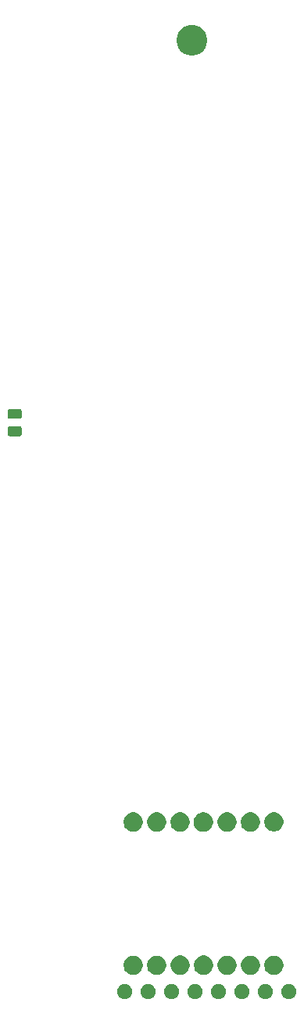
<source format=gbr>
G04 #@! TF.GenerationSoftware,KiCad,Pcbnew,(5.1.2)-1*
G04 #@! TF.CreationDate,2023-05-08T17:00:15+09:00*
G04 #@! TF.ProjectId,gopher_beer_xiao,676f7068-6572-45f6-9265-65725f786961,rev?*
G04 #@! TF.SameCoordinates,Original*
G04 #@! TF.FileFunction,Soldermask,Bot*
G04 #@! TF.FilePolarity,Negative*
%FSLAX46Y46*%
G04 Gerber Fmt 4.6, Leading zero omitted, Abs format (unit mm)*
G04 Created by KiCad (PCBNEW (5.1.2)-1) date 2023-05-08 17:00:15*
%MOMM*%
%LPD*%
G04 APERTURE LIST*
%ADD10C,0.100000*%
G04 APERTURE END LIST*
D10*
G36*
X123937142Y-145418242D02*
G01*
X124085101Y-145479529D01*
X124218255Y-145568499D01*
X124331501Y-145681745D01*
X124420471Y-145814899D01*
X124481758Y-145962858D01*
X124513000Y-146119925D01*
X124513000Y-146280075D01*
X124481758Y-146437142D01*
X124420471Y-146585101D01*
X124331501Y-146718255D01*
X124218255Y-146831501D01*
X124085101Y-146920471D01*
X123937142Y-146981758D01*
X123780075Y-147013000D01*
X123619925Y-147013000D01*
X123462858Y-146981758D01*
X123314899Y-146920471D01*
X123181745Y-146831501D01*
X123068499Y-146718255D01*
X122979529Y-146585101D01*
X122918242Y-146437142D01*
X122887000Y-146280075D01*
X122887000Y-146119925D01*
X122918242Y-145962858D01*
X122979529Y-145814899D01*
X123068499Y-145681745D01*
X123181745Y-145568499D01*
X123314899Y-145479529D01*
X123462858Y-145418242D01*
X123619925Y-145387000D01*
X123780075Y-145387000D01*
X123937142Y-145418242D01*
X123937142Y-145418242D01*
G37*
G36*
X118857142Y-145418242D02*
G01*
X119005101Y-145479529D01*
X119138255Y-145568499D01*
X119251501Y-145681745D01*
X119340471Y-145814899D01*
X119401758Y-145962858D01*
X119433000Y-146119925D01*
X119433000Y-146280075D01*
X119401758Y-146437142D01*
X119340471Y-146585101D01*
X119251501Y-146718255D01*
X119138255Y-146831501D01*
X119005101Y-146920471D01*
X118857142Y-146981758D01*
X118700075Y-147013000D01*
X118539925Y-147013000D01*
X118382858Y-146981758D01*
X118234899Y-146920471D01*
X118101745Y-146831501D01*
X117988499Y-146718255D01*
X117899529Y-146585101D01*
X117838242Y-146437142D01*
X117807000Y-146280075D01*
X117807000Y-146119925D01*
X117838242Y-145962858D01*
X117899529Y-145814899D01*
X117988499Y-145681745D01*
X118101745Y-145568499D01*
X118234899Y-145479529D01*
X118382858Y-145418242D01*
X118539925Y-145387000D01*
X118700075Y-145387000D01*
X118857142Y-145418242D01*
X118857142Y-145418242D01*
G37*
G36*
X116317142Y-145418242D02*
G01*
X116465101Y-145479529D01*
X116598255Y-145568499D01*
X116711501Y-145681745D01*
X116800471Y-145814899D01*
X116861758Y-145962858D01*
X116893000Y-146119925D01*
X116893000Y-146280075D01*
X116861758Y-146437142D01*
X116800471Y-146585101D01*
X116711501Y-146718255D01*
X116598255Y-146831501D01*
X116465101Y-146920471D01*
X116317142Y-146981758D01*
X116160075Y-147013000D01*
X115999925Y-147013000D01*
X115842858Y-146981758D01*
X115694899Y-146920471D01*
X115561745Y-146831501D01*
X115448499Y-146718255D01*
X115359529Y-146585101D01*
X115298242Y-146437142D01*
X115267000Y-146280075D01*
X115267000Y-146119925D01*
X115298242Y-145962858D01*
X115359529Y-145814899D01*
X115448499Y-145681745D01*
X115561745Y-145568499D01*
X115694899Y-145479529D01*
X115842858Y-145418242D01*
X115999925Y-145387000D01*
X116160075Y-145387000D01*
X116317142Y-145418242D01*
X116317142Y-145418242D01*
G37*
G36*
X113777142Y-145418242D02*
G01*
X113925101Y-145479529D01*
X114058255Y-145568499D01*
X114171501Y-145681745D01*
X114260471Y-145814899D01*
X114321758Y-145962858D01*
X114353000Y-146119925D01*
X114353000Y-146280075D01*
X114321758Y-146437142D01*
X114260471Y-146585101D01*
X114171501Y-146718255D01*
X114058255Y-146831501D01*
X113925101Y-146920471D01*
X113777142Y-146981758D01*
X113620075Y-147013000D01*
X113459925Y-147013000D01*
X113302858Y-146981758D01*
X113154899Y-146920471D01*
X113021745Y-146831501D01*
X112908499Y-146718255D01*
X112819529Y-146585101D01*
X112758242Y-146437142D01*
X112727000Y-146280075D01*
X112727000Y-146119925D01*
X112758242Y-145962858D01*
X112819529Y-145814899D01*
X112908499Y-145681745D01*
X113021745Y-145568499D01*
X113154899Y-145479529D01*
X113302858Y-145418242D01*
X113459925Y-145387000D01*
X113620075Y-145387000D01*
X113777142Y-145418242D01*
X113777142Y-145418242D01*
G37*
G36*
X111237142Y-145418242D02*
G01*
X111385101Y-145479529D01*
X111518255Y-145568499D01*
X111631501Y-145681745D01*
X111720471Y-145814899D01*
X111781758Y-145962858D01*
X111813000Y-146119925D01*
X111813000Y-146280075D01*
X111781758Y-146437142D01*
X111720471Y-146585101D01*
X111631501Y-146718255D01*
X111518255Y-146831501D01*
X111385101Y-146920471D01*
X111237142Y-146981758D01*
X111080075Y-147013000D01*
X110919925Y-147013000D01*
X110762858Y-146981758D01*
X110614899Y-146920471D01*
X110481745Y-146831501D01*
X110368499Y-146718255D01*
X110279529Y-146585101D01*
X110218242Y-146437142D01*
X110187000Y-146280075D01*
X110187000Y-146119925D01*
X110218242Y-145962858D01*
X110279529Y-145814899D01*
X110368499Y-145681745D01*
X110481745Y-145568499D01*
X110614899Y-145479529D01*
X110762858Y-145418242D01*
X110919925Y-145387000D01*
X111080075Y-145387000D01*
X111237142Y-145418242D01*
X111237142Y-145418242D01*
G37*
G36*
X108697142Y-145418242D02*
G01*
X108845101Y-145479529D01*
X108978255Y-145568499D01*
X109091501Y-145681745D01*
X109180471Y-145814899D01*
X109241758Y-145962858D01*
X109273000Y-146119925D01*
X109273000Y-146280075D01*
X109241758Y-146437142D01*
X109180471Y-146585101D01*
X109091501Y-146718255D01*
X108978255Y-146831501D01*
X108845101Y-146920471D01*
X108697142Y-146981758D01*
X108540075Y-147013000D01*
X108379925Y-147013000D01*
X108222858Y-146981758D01*
X108074899Y-146920471D01*
X107941745Y-146831501D01*
X107828499Y-146718255D01*
X107739529Y-146585101D01*
X107678242Y-146437142D01*
X107647000Y-146280075D01*
X107647000Y-146119925D01*
X107678242Y-145962858D01*
X107739529Y-145814899D01*
X107828499Y-145681745D01*
X107941745Y-145568499D01*
X108074899Y-145479529D01*
X108222858Y-145418242D01*
X108379925Y-145387000D01*
X108540075Y-145387000D01*
X108697142Y-145418242D01*
X108697142Y-145418242D01*
G37*
G36*
X106157142Y-145418242D02*
G01*
X106305101Y-145479529D01*
X106438255Y-145568499D01*
X106551501Y-145681745D01*
X106640471Y-145814899D01*
X106701758Y-145962858D01*
X106733000Y-146119925D01*
X106733000Y-146280075D01*
X106701758Y-146437142D01*
X106640471Y-146585101D01*
X106551501Y-146718255D01*
X106438255Y-146831501D01*
X106305101Y-146920471D01*
X106157142Y-146981758D01*
X106000075Y-147013000D01*
X105839925Y-147013000D01*
X105682858Y-146981758D01*
X105534899Y-146920471D01*
X105401745Y-146831501D01*
X105288499Y-146718255D01*
X105199529Y-146585101D01*
X105138242Y-146437142D01*
X105107000Y-146280075D01*
X105107000Y-146119925D01*
X105138242Y-145962858D01*
X105199529Y-145814899D01*
X105288499Y-145681745D01*
X105401745Y-145568499D01*
X105534899Y-145479529D01*
X105682858Y-145418242D01*
X105839925Y-145387000D01*
X106000075Y-145387000D01*
X106157142Y-145418242D01*
X106157142Y-145418242D01*
G37*
G36*
X121397142Y-145418242D02*
G01*
X121545101Y-145479529D01*
X121678255Y-145568499D01*
X121791501Y-145681745D01*
X121880471Y-145814899D01*
X121941758Y-145962858D01*
X121973000Y-146119925D01*
X121973000Y-146280075D01*
X121941758Y-146437142D01*
X121880471Y-146585101D01*
X121791501Y-146718255D01*
X121678255Y-146831501D01*
X121545101Y-146920471D01*
X121397142Y-146981758D01*
X121240075Y-147013000D01*
X121079925Y-147013000D01*
X120922858Y-146981758D01*
X120774899Y-146920471D01*
X120641745Y-146831501D01*
X120528499Y-146718255D01*
X120439529Y-146585101D01*
X120378242Y-146437142D01*
X120347000Y-146280075D01*
X120347000Y-146119925D01*
X120378242Y-145962858D01*
X120439529Y-145814899D01*
X120528499Y-145681745D01*
X120641745Y-145568499D01*
X120774899Y-145479529D01*
X120922858Y-145418242D01*
X121079925Y-145387000D01*
X121240075Y-145387000D01*
X121397142Y-145418242D01*
X121397142Y-145418242D01*
G37*
G36*
X119853765Y-142338620D02*
G01*
X120019144Y-142407122D01*
X120043288Y-142417123D01*
X120213854Y-142531092D01*
X120358908Y-142676146D01*
X120472877Y-142846712D01*
X120551380Y-143036235D01*
X120591400Y-143237431D01*
X120591400Y-143442569D01*
X120551380Y-143643765D01*
X120472877Y-143833288D01*
X120358908Y-144003854D01*
X120213854Y-144148908D01*
X120043288Y-144262877D01*
X120043287Y-144262878D01*
X120043286Y-144262878D01*
X119853765Y-144341380D01*
X119652570Y-144381400D01*
X119447430Y-144381400D01*
X119246235Y-144341380D01*
X119056714Y-144262878D01*
X119056713Y-144262878D01*
X119056712Y-144262877D01*
X118886146Y-144148908D01*
X118741092Y-144003854D01*
X118627123Y-143833288D01*
X118548620Y-143643765D01*
X118508600Y-143442569D01*
X118508600Y-143237431D01*
X118548620Y-143036235D01*
X118627123Y-142846712D01*
X118741092Y-142676146D01*
X118886146Y-142531092D01*
X119056712Y-142417123D01*
X119080857Y-142407122D01*
X119246235Y-142338620D01*
X119447430Y-142298600D01*
X119652570Y-142298600D01*
X119853765Y-142338620D01*
X119853765Y-142338620D01*
G37*
G36*
X109683765Y-142338620D02*
G01*
X109849144Y-142407122D01*
X109873288Y-142417123D01*
X110043854Y-142531092D01*
X110188908Y-142676146D01*
X110302877Y-142846712D01*
X110381380Y-143036235D01*
X110421400Y-143237431D01*
X110421400Y-143442569D01*
X110381380Y-143643765D01*
X110302877Y-143833288D01*
X110188908Y-144003854D01*
X110043854Y-144148908D01*
X109873288Y-144262877D01*
X109873287Y-144262878D01*
X109873286Y-144262878D01*
X109683765Y-144341380D01*
X109482570Y-144381400D01*
X109277430Y-144381400D01*
X109076235Y-144341380D01*
X108886714Y-144262878D01*
X108886713Y-144262878D01*
X108886712Y-144262877D01*
X108716146Y-144148908D01*
X108571092Y-144003854D01*
X108457123Y-143833288D01*
X108378620Y-143643765D01*
X108338600Y-143442569D01*
X108338600Y-143237431D01*
X108378620Y-143036235D01*
X108457123Y-142846712D01*
X108571092Y-142676146D01*
X108716146Y-142531092D01*
X108886712Y-142417123D01*
X108910857Y-142407122D01*
X109076235Y-142338620D01*
X109277430Y-142298600D01*
X109482570Y-142298600D01*
X109683765Y-142338620D01*
X109683765Y-142338620D01*
G37*
G36*
X107143765Y-142338620D02*
G01*
X107309144Y-142407122D01*
X107333288Y-142417123D01*
X107503854Y-142531092D01*
X107648908Y-142676146D01*
X107762877Y-142846712D01*
X107841380Y-143036235D01*
X107881400Y-143237431D01*
X107881400Y-143442569D01*
X107841380Y-143643765D01*
X107762877Y-143833288D01*
X107648908Y-144003854D01*
X107503854Y-144148908D01*
X107333288Y-144262877D01*
X107333287Y-144262878D01*
X107333286Y-144262878D01*
X107143765Y-144341380D01*
X106942570Y-144381400D01*
X106737430Y-144381400D01*
X106536235Y-144341380D01*
X106346714Y-144262878D01*
X106346713Y-144262878D01*
X106346712Y-144262877D01*
X106176146Y-144148908D01*
X106031092Y-144003854D01*
X105917123Y-143833288D01*
X105838620Y-143643765D01*
X105798600Y-143442569D01*
X105798600Y-143237431D01*
X105838620Y-143036235D01*
X105917123Y-142846712D01*
X106031092Y-142676146D01*
X106176146Y-142531092D01*
X106346712Y-142417123D01*
X106370857Y-142407122D01*
X106536235Y-142338620D01*
X106737430Y-142298600D01*
X106942570Y-142298600D01*
X107143765Y-142338620D01*
X107143765Y-142338620D01*
G37*
G36*
X122383765Y-142338620D02*
G01*
X122549144Y-142407122D01*
X122573288Y-142417123D01*
X122743854Y-142531092D01*
X122888908Y-142676146D01*
X123002877Y-142846712D01*
X123081380Y-143036235D01*
X123121400Y-143237431D01*
X123121400Y-143442569D01*
X123081380Y-143643765D01*
X123002877Y-143833288D01*
X122888908Y-144003854D01*
X122743854Y-144148908D01*
X122573288Y-144262877D01*
X122573287Y-144262878D01*
X122573286Y-144262878D01*
X122383765Y-144341380D01*
X122182570Y-144381400D01*
X121977430Y-144381400D01*
X121776235Y-144341380D01*
X121586714Y-144262878D01*
X121586713Y-144262878D01*
X121586712Y-144262877D01*
X121416146Y-144148908D01*
X121271092Y-144003854D01*
X121157123Y-143833288D01*
X121078620Y-143643765D01*
X121038600Y-143442569D01*
X121038600Y-143237431D01*
X121078620Y-143036235D01*
X121157123Y-142846712D01*
X121271092Y-142676146D01*
X121416146Y-142531092D01*
X121586712Y-142417123D01*
X121610857Y-142407122D01*
X121776235Y-142338620D01*
X121977430Y-142298600D01*
X122182570Y-142298600D01*
X122383765Y-142338620D01*
X122383765Y-142338620D01*
G37*
G36*
X117313765Y-142338620D02*
G01*
X117479144Y-142407122D01*
X117503288Y-142417123D01*
X117673854Y-142531092D01*
X117818908Y-142676146D01*
X117932877Y-142846712D01*
X118011380Y-143036235D01*
X118051400Y-143237431D01*
X118051400Y-143442569D01*
X118011380Y-143643765D01*
X117932877Y-143833288D01*
X117818908Y-144003854D01*
X117673854Y-144148908D01*
X117503288Y-144262877D01*
X117503287Y-144262878D01*
X117503286Y-144262878D01*
X117313765Y-144341380D01*
X117112570Y-144381400D01*
X116907430Y-144381400D01*
X116706235Y-144341380D01*
X116516714Y-144262878D01*
X116516713Y-144262878D01*
X116516712Y-144262877D01*
X116346146Y-144148908D01*
X116201092Y-144003854D01*
X116087123Y-143833288D01*
X116008620Y-143643765D01*
X115968600Y-143442569D01*
X115968600Y-143237431D01*
X116008620Y-143036235D01*
X116087123Y-142846712D01*
X116201092Y-142676146D01*
X116346146Y-142531092D01*
X116516712Y-142417123D01*
X116540857Y-142407122D01*
X116706235Y-142338620D01*
X116907430Y-142298600D01*
X117112570Y-142298600D01*
X117313765Y-142338620D01*
X117313765Y-142338620D01*
G37*
G36*
X114763765Y-142328620D02*
G01*
X114953288Y-142407123D01*
X115123854Y-142521092D01*
X115268908Y-142666146D01*
X115382877Y-142836712D01*
X115461380Y-143026235D01*
X115501400Y-143227431D01*
X115501400Y-143432569D01*
X115461380Y-143633765D01*
X115382877Y-143823288D01*
X115268908Y-143993854D01*
X115123854Y-144138908D01*
X114953288Y-144252877D01*
X114953287Y-144252878D01*
X114953286Y-144252878D01*
X114763765Y-144331380D01*
X114562570Y-144371400D01*
X114357430Y-144371400D01*
X114156235Y-144331380D01*
X113966714Y-144252878D01*
X113966713Y-144252878D01*
X113966712Y-144252877D01*
X113796146Y-144138908D01*
X113651092Y-143993854D01*
X113537123Y-143823288D01*
X113458620Y-143633765D01*
X113418600Y-143432569D01*
X113418600Y-143227431D01*
X113458620Y-143026235D01*
X113537123Y-142836712D01*
X113651092Y-142666146D01*
X113796146Y-142521092D01*
X113966712Y-142407123D01*
X114156235Y-142328620D01*
X114357430Y-142288600D01*
X114562570Y-142288600D01*
X114763765Y-142328620D01*
X114763765Y-142328620D01*
G37*
G36*
X112233765Y-142328620D02*
G01*
X112423288Y-142407123D01*
X112593854Y-142521092D01*
X112738908Y-142666146D01*
X112852877Y-142836712D01*
X112931380Y-143026235D01*
X112971400Y-143227431D01*
X112971400Y-143432569D01*
X112931380Y-143633765D01*
X112852877Y-143823288D01*
X112738908Y-143993854D01*
X112593854Y-144138908D01*
X112423288Y-144252877D01*
X112423287Y-144252878D01*
X112423286Y-144252878D01*
X112233765Y-144331380D01*
X112032570Y-144371400D01*
X111827430Y-144371400D01*
X111626235Y-144331380D01*
X111436714Y-144252878D01*
X111436713Y-144252878D01*
X111436712Y-144252877D01*
X111266146Y-144138908D01*
X111121092Y-143993854D01*
X111007123Y-143823288D01*
X110928620Y-143633765D01*
X110888600Y-143432569D01*
X110888600Y-143227431D01*
X110928620Y-143026235D01*
X111007123Y-142836712D01*
X111121092Y-142666146D01*
X111266146Y-142521092D01*
X111436712Y-142407123D01*
X111626235Y-142328620D01*
X111827430Y-142288600D01*
X112032570Y-142288600D01*
X112233765Y-142328620D01*
X112233765Y-142328620D01*
G37*
G36*
X117313765Y-126838620D02*
G01*
X117479144Y-126907122D01*
X117503288Y-126917123D01*
X117673854Y-127031092D01*
X117818908Y-127176146D01*
X117932877Y-127346712D01*
X118011380Y-127536235D01*
X118051400Y-127737431D01*
X118051400Y-127942569D01*
X118011380Y-128143765D01*
X117932877Y-128333288D01*
X117818908Y-128503854D01*
X117673854Y-128648908D01*
X117503288Y-128762877D01*
X117503287Y-128762878D01*
X117503286Y-128762878D01*
X117313765Y-128841380D01*
X117112570Y-128881400D01*
X116907430Y-128881400D01*
X116706235Y-128841380D01*
X116516714Y-128762878D01*
X116516713Y-128762878D01*
X116516712Y-128762877D01*
X116346146Y-128648908D01*
X116201092Y-128503854D01*
X116087123Y-128333288D01*
X116008620Y-128143765D01*
X115968600Y-127942569D01*
X115968600Y-127737431D01*
X116008620Y-127536235D01*
X116087123Y-127346712D01*
X116201092Y-127176146D01*
X116346146Y-127031092D01*
X116516712Y-126917123D01*
X116540857Y-126907122D01*
X116706235Y-126838620D01*
X116907430Y-126798600D01*
X117112570Y-126798600D01*
X117313765Y-126838620D01*
X117313765Y-126838620D01*
G37*
G36*
X119843765Y-126838620D02*
G01*
X120009144Y-126907122D01*
X120033288Y-126917123D01*
X120203854Y-127031092D01*
X120348908Y-127176146D01*
X120462877Y-127346712D01*
X120541380Y-127536235D01*
X120581400Y-127737431D01*
X120581400Y-127942569D01*
X120541380Y-128143765D01*
X120462877Y-128333288D01*
X120348908Y-128503854D01*
X120203854Y-128648908D01*
X120033288Y-128762877D01*
X120033287Y-128762878D01*
X120033286Y-128762878D01*
X119843765Y-128841380D01*
X119642570Y-128881400D01*
X119437430Y-128881400D01*
X119236235Y-128841380D01*
X119046714Y-128762878D01*
X119046713Y-128762878D01*
X119046712Y-128762877D01*
X118876146Y-128648908D01*
X118731092Y-128503854D01*
X118617123Y-128333288D01*
X118538620Y-128143765D01*
X118498600Y-127942569D01*
X118498600Y-127737431D01*
X118538620Y-127536235D01*
X118617123Y-127346712D01*
X118731092Y-127176146D01*
X118876146Y-127031092D01*
X119046712Y-126917123D01*
X119070857Y-126907122D01*
X119236235Y-126838620D01*
X119437430Y-126798600D01*
X119642570Y-126798600D01*
X119843765Y-126838620D01*
X119843765Y-126838620D01*
G37*
G36*
X114753765Y-126838620D02*
G01*
X114919144Y-126907122D01*
X114943288Y-126917123D01*
X115113854Y-127031092D01*
X115258908Y-127176146D01*
X115372877Y-127346712D01*
X115451380Y-127536235D01*
X115491400Y-127737431D01*
X115491400Y-127942569D01*
X115451380Y-128143765D01*
X115372877Y-128333288D01*
X115258908Y-128503854D01*
X115113854Y-128648908D01*
X114943288Y-128762877D01*
X114943287Y-128762878D01*
X114943286Y-128762878D01*
X114753765Y-128841380D01*
X114552570Y-128881400D01*
X114347430Y-128881400D01*
X114146235Y-128841380D01*
X113956714Y-128762878D01*
X113956713Y-128762878D01*
X113956712Y-128762877D01*
X113786146Y-128648908D01*
X113641092Y-128503854D01*
X113527123Y-128333288D01*
X113448620Y-128143765D01*
X113408600Y-127942569D01*
X113408600Y-127737431D01*
X113448620Y-127536235D01*
X113527123Y-127346712D01*
X113641092Y-127176146D01*
X113786146Y-127031092D01*
X113956712Y-126917123D01*
X113980857Y-126907122D01*
X114146235Y-126838620D01*
X114347430Y-126798600D01*
X114552570Y-126798600D01*
X114753765Y-126838620D01*
X114753765Y-126838620D01*
G37*
G36*
X112223765Y-126838620D02*
G01*
X112389144Y-126907122D01*
X112413288Y-126917123D01*
X112583854Y-127031092D01*
X112728908Y-127176146D01*
X112842877Y-127346712D01*
X112921380Y-127536235D01*
X112961400Y-127737431D01*
X112961400Y-127942569D01*
X112921380Y-128143765D01*
X112842877Y-128333288D01*
X112728908Y-128503854D01*
X112583854Y-128648908D01*
X112413288Y-128762877D01*
X112413287Y-128762878D01*
X112413286Y-128762878D01*
X112223765Y-128841380D01*
X112022570Y-128881400D01*
X111817430Y-128881400D01*
X111616235Y-128841380D01*
X111426714Y-128762878D01*
X111426713Y-128762878D01*
X111426712Y-128762877D01*
X111256146Y-128648908D01*
X111111092Y-128503854D01*
X110997123Y-128333288D01*
X110918620Y-128143765D01*
X110878600Y-127942569D01*
X110878600Y-127737431D01*
X110918620Y-127536235D01*
X110997123Y-127346712D01*
X111111092Y-127176146D01*
X111256146Y-127031092D01*
X111426712Y-126917123D01*
X111450857Y-126907122D01*
X111616235Y-126838620D01*
X111817430Y-126798600D01*
X112022570Y-126798600D01*
X112223765Y-126838620D01*
X112223765Y-126838620D01*
G37*
G36*
X109693765Y-126838620D02*
G01*
X109859144Y-126907122D01*
X109883288Y-126917123D01*
X110053854Y-127031092D01*
X110198908Y-127176146D01*
X110312877Y-127346712D01*
X110391380Y-127536235D01*
X110431400Y-127737431D01*
X110431400Y-127942569D01*
X110391380Y-128143765D01*
X110312877Y-128333288D01*
X110198908Y-128503854D01*
X110053854Y-128648908D01*
X109883288Y-128762877D01*
X109883287Y-128762878D01*
X109883286Y-128762878D01*
X109693765Y-128841380D01*
X109492570Y-128881400D01*
X109287430Y-128881400D01*
X109086235Y-128841380D01*
X108896714Y-128762878D01*
X108896713Y-128762878D01*
X108896712Y-128762877D01*
X108726146Y-128648908D01*
X108581092Y-128503854D01*
X108467123Y-128333288D01*
X108388620Y-128143765D01*
X108348600Y-127942569D01*
X108348600Y-127737431D01*
X108388620Y-127536235D01*
X108467123Y-127346712D01*
X108581092Y-127176146D01*
X108726146Y-127031092D01*
X108896712Y-126917123D01*
X108920857Y-126907122D01*
X109086235Y-126838620D01*
X109287430Y-126798600D01*
X109492570Y-126798600D01*
X109693765Y-126838620D01*
X109693765Y-126838620D01*
G37*
G36*
X107143765Y-126838620D02*
G01*
X107309144Y-126907122D01*
X107333288Y-126917123D01*
X107503854Y-127031092D01*
X107648908Y-127176146D01*
X107762877Y-127346712D01*
X107841380Y-127536235D01*
X107881400Y-127737431D01*
X107881400Y-127942569D01*
X107841380Y-128143765D01*
X107762877Y-128333288D01*
X107648908Y-128503854D01*
X107503854Y-128648908D01*
X107333288Y-128762877D01*
X107333287Y-128762878D01*
X107333286Y-128762878D01*
X107143765Y-128841380D01*
X106942570Y-128881400D01*
X106737430Y-128881400D01*
X106536235Y-128841380D01*
X106346714Y-128762878D01*
X106346713Y-128762878D01*
X106346712Y-128762877D01*
X106176146Y-128648908D01*
X106031092Y-128503854D01*
X105917123Y-128333288D01*
X105838620Y-128143765D01*
X105798600Y-127942569D01*
X105798600Y-127737431D01*
X105838620Y-127536235D01*
X105917123Y-127346712D01*
X106031092Y-127176146D01*
X106176146Y-127031092D01*
X106346712Y-126917123D01*
X106370857Y-126907122D01*
X106536235Y-126838620D01*
X106737430Y-126798600D01*
X106942570Y-126798600D01*
X107143765Y-126838620D01*
X107143765Y-126838620D01*
G37*
G36*
X122383765Y-126828620D02*
G01*
X122573288Y-126907123D01*
X122743854Y-127021092D01*
X122888908Y-127166146D01*
X123002877Y-127336712D01*
X123081380Y-127526235D01*
X123121400Y-127727431D01*
X123121400Y-127932569D01*
X123081380Y-128133765D01*
X123002877Y-128323288D01*
X122888908Y-128493854D01*
X122743854Y-128638908D01*
X122573288Y-128752877D01*
X122573287Y-128752878D01*
X122573286Y-128752878D01*
X122383765Y-128831380D01*
X122182570Y-128871400D01*
X121977430Y-128871400D01*
X121776235Y-128831380D01*
X121586714Y-128752878D01*
X121586713Y-128752878D01*
X121586712Y-128752877D01*
X121416146Y-128638908D01*
X121271092Y-128493854D01*
X121157123Y-128323288D01*
X121078620Y-128133765D01*
X121038600Y-127932569D01*
X121038600Y-127727431D01*
X121078620Y-127526235D01*
X121157123Y-127336712D01*
X121271092Y-127166146D01*
X121416146Y-127021092D01*
X121586712Y-126907123D01*
X121776235Y-126828620D01*
X121977430Y-126788600D01*
X122182570Y-126788600D01*
X122383765Y-126828620D01*
X122383765Y-126828620D01*
G37*
G36*
X94584468Y-85003565D02*
G01*
X94623138Y-85015296D01*
X94658777Y-85034346D01*
X94690017Y-85059983D01*
X94715654Y-85091223D01*
X94734704Y-85126862D01*
X94746435Y-85165532D01*
X94751000Y-85211888D01*
X94751000Y-85863112D01*
X94746435Y-85909468D01*
X94734704Y-85948138D01*
X94715654Y-85983777D01*
X94690017Y-86015017D01*
X94658777Y-86040654D01*
X94623138Y-86059704D01*
X94584468Y-86071435D01*
X94538112Y-86076000D01*
X93461888Y-86076000D01*
X93415532Y-86071435D01*
X93376862Y-86059704D01*
X93341223Y-86040654D01*
X93309983Y-86015017D01*
X93284346Y-85983777D01*
X93265296Y-85948138D01*
X93253565Y-85909468D01*
X93249000Y-85863112D01*
X93249000Y-85211888D01*
X93253565Y-85165532D01*
X93265296Y-85126862D01*
X93284346Y-85091223D01*
X93309983Y-85059983D01*
X93341223Y-85034346D01*
X93376862Y-85015296D01*
X93415532Y-85003565D01*
X93461888Y-84999000D01*
X94538112Y-84999000D01*
X94584468Y-85003565D01*
X94584468Y-85003565D01*
G37*
G36*
X94584468Y-83128565D02*
G01*
X94623138Y-83140296D01*
X94658777Y-83159346D01*
X94690017Y-83184983D01*
X94715654Y-83216223D01*
X94734704Y-83251862D01*
X94746435Y-83290532D01*
X94751000Y-83336888D01*
X94751000Y-83988112D01*
X94746435Y-84034468D01*
X94734704Y-84073138D01*
X94715654Y-84108777D01*
X94690017Y-84140017D01*
X94658777Y-84165654D01*
X94623138Y-84184704D01*
X94584468Y-84196435D01*
X94538112Y-84201000D01*
X93461888Y-84201000D01*
X93415532Y-84196435D01*
X93376862Y-84184704D01*
X93341223Y-84165654D01*
X93309983Y-84140017D01*
X93284346Y-84108777D01*
X93265296Y-84073138D01*
X93253565Y-84034468D01*
X93249000Y-83988112D01*
X93249000Y-83336888D01*
X93253565Y-83290532D01*
X93265296Y-83251862D01*
X93284346Y-83216223D01*
X93309983Y-83184983D01*
X93341223Y-83159346D01*
X93376862Y-83140296D01*
X93415532Y-83128565D01*
X93461888Y-83124000D01*
X94538112Y-83124000D01*
X94584468Y-83128565D01*
X94584468Y-83128565D01*
G37*
G36*
X113575256Y-41621298D02*
G01*
X113681579Y-41642447D01*
X113982042Y-41766903D01*
X114252451Y-41947585D01*
X114482415Y-42177549D01*
X114663097Y-42447958D01*
X114787553Y-42748421D01*
X114851000Y-43067391D01*
X114851000Y-43392609D01*
X114787553Y-43711579D01*
X114663097Y-44012042D01*
X114482415Y-44282451D01*
X114252451Y-44512415D01*
X113982042Y-44693097D01*
X113681579Y-44817553D01*
X113575256Y-44838702D01*
X113362611Y-44881000D01*
X113037389Y-44881000D01*
X112824744Y-44838702D01*
X112718421Y-44817553D01*
X112417958Y-44693097D01*
X112147549Y-44512415D01*
X111917585Y-44282451D01*
X111736903Y-44012042D01*
X111612447Y-43711579D01*
X111549000Y-43392609D01*
X111549000Y-43067391D01*
X111612447Y-42748421D01*
X111736903Y-42447958D01*
X111917585Y-42177549D01*
X112147549Y-41947585D01*
X112417958Y-41766903D01*
X112718421Y-41642447D01*
X112824744Y-41621298D01*
X113037389Y-41579000D01*
X113362611Y-41579000D01*
X113575256Y-41621298D01*
X113575256Y-41621298D01*
G37*
M02*

</source>
